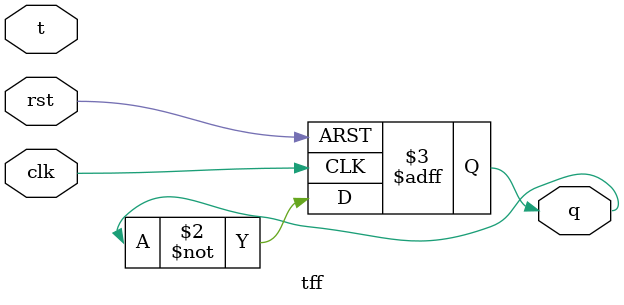
<source format=v>
module tff(t, clk, rst, q);
input t, clk, rst;
output reg q;
always @ (posedge clk or posedge rst) begin
    if (rst)
        q <= 0;
    else 
        q <= ~q;
end
endmodule 

</source>
